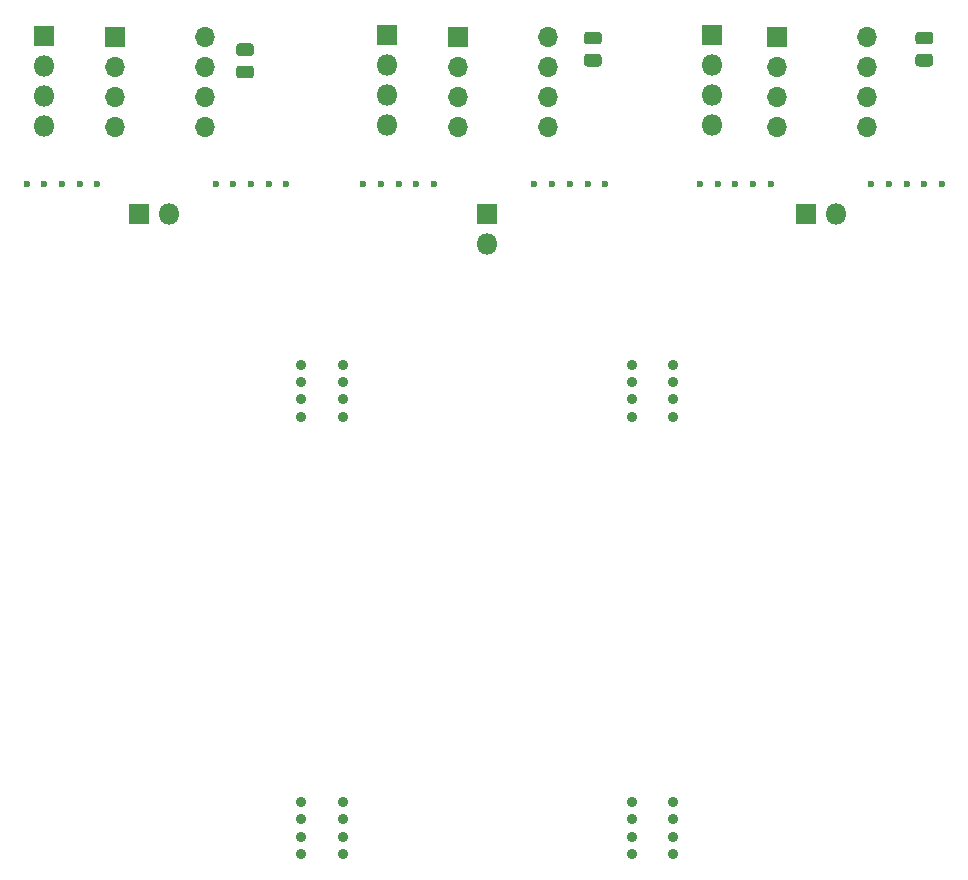
<source format=gbr>
%TF.GenerationSoftware,KiCad,Pcbnew,5.1.6-c6e7f7d~86~ubuntu16.04.1*%
%TF.CreationDate,2020-05-16T14:02:59+09:00*%
%TF.ProjectId,output.soil_monitor,6f757470-7574-42e7-936f-696c5f6d6f6e,rev?*%
%TF.SameCoordinates,Original*%
%TF.FileFunction,Soldermask,Top*%
%TF.FilePolarity,Negative*%
%FSLAX46Y46*%
G04 Gerber Fmt 4.6, Leading zero omitted, Abs format (unit mm)*
G04 Created by KiCad (PCBNEW 5.1.6-c6e7f7d~86~ubuntu16.04.1) date 2020-05-16 14:02:59*
%MOMM*%
%LPD*%
G01*
G04 APERTURE LIST*
%ADD10C,0.600000*%
%ADD11O,1.700000X1.700000*%
%ADD12R,1.700000X1.700000*%
%ADD13O,1.800000X1.800000*%
%ADD14R,1.800000X1.800000*%
%ADD15C,0.900000*%
G04 APERTURE END LIST*
D10*
%TO.C,REF\u002A\u002A*%
X177500000Y-40500000D03*
%TD*%
%TO.C,REF\u002A\u002A*%
X176000000Y-40500000D03*
%TD*%
%TO.C,REF\u002A\u002A*%
X173000000Y-40500000D03*
%TD*%
%TO.C,REF\u002A\u002A*%
X174500000Y-40500000D03*
%TD*%
%TO.C,REF\u002A\u002A*%
X179000000Y-40500000D03*
%TD*%
%TO.C,REF\u002A\u002A*%
X163000000Y-40500000D03*
%TD*%
%TO.C,REF\u002A\u002A*%
X161500000Y-40500000D03*
%TD*%
%TO.C,REF\u002A\u002A*%
X158500000Y-40500000D03*
%TD*%
%TO.C,REF\u002A\u002A*%
X160000000Y-40500000D03*
%TD*%
%TO.C,REF\u002A\u002A*%
X164500000Y-40500000D03*
%TD*%
%TO.C,REF\u002A\u002A*%
X149000000Y-40500000D03*
%TD*%
%TO.C,REF\u002A\u002A*%
X147500000Y-40500000D03*
%TD*%
%TO.C,REF\u002A\u002A*%
X144500000Y-40500000D03*
%TD*%
%TO.C,REF\u002A\u002A*%
X146000000Y-40500000D03*
%TD*%
%TO.C,REF\u002A\u002A*%
X150500000Y-40500000D03*
%TD*%
%TO.C,REF\u002A\u002A*%
X134500000Y-40500000D03*
%TD*%
%TO.C,REF\u002A\u002A*%
X133000000Y-40500000D03*
%TD*%
%TO.C,REF\u002A\u002A*%
X130000000Y-40500000D03*
%TD*%
%TO.C,REF\u002A\u002A*%
X131500000Y-40500000D03*
%TD*%
%TO.C,REF\u002A\u002A*%
X136000000Y-40500000D03*
%TD*%
%TO.C,REF\u002A\u002A*%
X122000000Y-40500000D03*
%TD*%
%TO.C,REF\u002A\u002A*%
X120500000Y-40500000D03*
%TD*%
%TO.C,REF\u002A\u002A*%
X117500000Y-40500000D03*
%TD*%
%TO.C,REF\u002A\u002A*%
X119000000Y-40500000D03*
%TD*%
%TO.C,REF\u002A\u002A*%
X123500000Y-40500000D03*
%TD*%
%TO.C,REF\u002A\u002A*%
X107500000Y-40500000D03*
%TD*%
%TO.C,REF\u002A\u002A*%
X106000000Y-40500000D03*
%TD*%
%TO.C,REF\u002A\u002A*%
X104500000Y-40500000D03*
%TD*%
%TO.C,REF\u002A\u002A*%
X103000000Y-40500000D03*
%TD*%
%TO.C,REF\u002A\u002A*%
X101500000Y-40500000D03*
%TD*%
D11*
%TO.C,U3*%
X172620000Y-28000000D03*
X165000000Y-35620000D03*
X172620000Y-30540000D03*
X165000000Y-33080000D03*
X172620000Y-33080000D03*
X165000000Y-30540000D03*
X172620000Y-35620000D03*
D12*
X165000000Y-28000000D03*
%TD*%
D13*
%TO.C,J6*%
X159500000Y-35470000D03*
X159500000Y-32930000D03*
X159500000Y-30390000D03*
D14*
X159500000Y-27850000D03*
%TD*%
%TO.C,C3*%
G36*
G01*
X177018750Y-29462500D02*
X177981250Y-29462500D01*
G75*
G02*
X178250000Y-29731250I0J-268750D01*
G01*
X178250000Y-30268750D01*
G75*
G02*
X177981250Y-30537500I-268750J0D01*
G01*
X177018750Y-30537500D01*
G75*
G02*
X176750000Y-30268750I0J268750D01*
G01*
X176750000Y-29731250D01*
G75*
G02*
X177018750Y-29462500I268750J0D01*
G01*
G37*
G36*
G01*
X177018750Y-27587500D02*
X177981250Y-27587500D01*
G75*
G02*
X178250000Y-27856250I0J-268750D01*
G01*
X178250000Y-28393750D01*
G75*
G02*
X177981250Y-28662500I-268750J0D01*
G01*
X177018750Y-28662500D01*
G75*
G02*
X176750000Y-28393750I0J268750D01*
G01*
X176750000Y-27856250D01*
G75*
G02*
X177018750Y-27587500I268750J0D01*
G01*
G37*
%TD*%
D11*
%TO.C,U2*%
X145620000Y-28000000D03*
X138000000Y-35620000D03*
X145620000Y-30540000D03*
X138000000Y-33080000D03*
X145620000Y-33080000D03*
X138000000Y-30540000D03*
X145620000Y-35620000D03*
D12*
X138000000Y-28000000D03*
%TD*%
D13*
%TO.C,J5*%
X132000000Y-35470000D03*
X132000000Y-32930000D03*
X132000000Y-30390000D03*
D14*
X132000000Y-27850000D03*
%TD*%
%TO.C,C2*%
G36*
G01*
X148956250Y-29462500D02*
X149918750Y-29462500D01*
G75*
G02*
X150187500Y-29731250I0J-268750D01*
G01*
X150187500Y-30268750D01*
G75*
G02*
X149918750Y-30537500I-268750J0D01*
G01*
X148956250Y-30537500D01*
G75*
G02*
X148687500Y-30268750I0J268750D01*
G01*
X148687500Y-29731250D01*
G75*
G02*
X148956250Y-29462500I268750J0D01*
G01*
G37*
G36*
G01*
X148956250Y-27587500D02*
X149918750Y-27587500D01*
G75*
G02*
X150187500Y-27856250I0J-268750D01*
G01*
X150187500Y-28393750D01*
G75*
G02*
X149918750Y-28662500I-268750J0D01*
G01*
X148956250Y-28662500D01*
G75*
G02*
X148687500Y-28393750I0J268750D01*
G01*
X148687500Y-27856250D01*
G75*
G02*
X148956250Y-27587500I268750J0D01*
G01*
G37*
%TD*%
D13*
%TO.C,J4*%
X103000000Y-35540000D03*
X103000000Y-33000000D03*
X103000000Y-30460000D03*
D14*
X103000000Y-27920000D03*
%TD*%
D11*
%TO.C,U1*%
X116620000Y-28000000D03*
X109000000Y-35620000D03*
X116620000Y-30540000D03*
X109000000Y-33080000D03*
X116620000Y-33080000D03*
X109000000Y-30540000D03*
X116620000Y-35620000D03*
D12*
X109000000Y-28000000D03*
%TD*%
%TO.C,C1*%
G36*
G01*
X119518750Y-30462500D02*
X120481250Y-30462500D01*
G75*
G02*
X120750000Y-30731250I0J-268750D01*
G01*
X120750000Y-31268750D01*
G75*
G02*
X120481250Y-31537500I-268750J0D01*
G01*
X119518750Y-31537500D01*
G75*
G02*
X119250000Y-31268750I0J268750D01*
G01*
X119250000Y-30731250D01*
G75*
G02*
X119518750Y-30462500I268750J0D01*
G01*
G37*
G36*
G01*
X119518750Y-28587500D02*
X120481250Y-28587500D01*
G75*
G02*
X120750000Y-28856250I0J-268750D01*
G01*
X120750000Y-29393750D01*
G75*
G02*
X120481250Y-29662500I-268750J0D01*
G01*
X119518750Y-29662500D01*
G75*
G02*
X119250000Y-29393750I0J268750D01*
G01*
X119250000Y-28856250D01*
G75*
G02*
X119518750Y-28587500I268750J0D01*
G01*
G37*
%TD*%
D13*
%TO.C,J3*%
X170000000Y-43000000D03*
D14*
X167460000Y-43000000D03*
%TD*%
D13*
%TO.C,J2*%
X140500000Y-45540000D03*
D14*
X140500000Y-43000000D03*
%TD*%
D13*
%TO.C,J1*%
X113540000Y-43000000D03*
D14*
X111000000Y-43000000D03*
%TD*%
D15*
%TO.C,*%
X152750000Y-60187800D03*
X152750000Y-58729292D03*
X152750000Y-57270784D03*
X152750000Y-55812276D03*
%TD*%
%TO.C,*%
X156250000Y-55812275D03*
X156250000Y-57270783D03*
X156250000Y-58729291D03*
X156250000Y-60187799D03*
%TD*%
%TO.C,*%
X124750000Y-60187800D03*
X124750000Y-58729292D03*
X124750000Y-57270784D03*
X124750000Y-55812276D03*
%TD*%
%TO.C,*%
X128250000Y-55812275D03*
X128250000Y-57270783D03*
X128250000Y-58729291D03*
X128250000Y-60187799D03*
%TD*%
%TO.C,*%
X152750000Y-97187751D03*
X152750000Y-95729238D03*
X152750000Y-94270725D03*
X152750000Y-92812212D03*
%TD*%
%TO.C,*%
X156250000Y-92812209D03*
X156250000Y-94270722D03*
X156250000Y-95729235D03*
X156250000Y-97187748D03*
%TD*%
%TO.C,*%
X124750000Y-97187751D03*
X124750000Y-95729238D03*
X124750000Y-94270725D03*
X124750000Y-92812212D03*
%TD*%
%TO.C,*%
X128250000Y-92812209D03*
X128250000Y-94270722D03*
X128250000Y-95729235D03*
X128250000Y-97187748D03*
%TD*%
M02*

</source>
